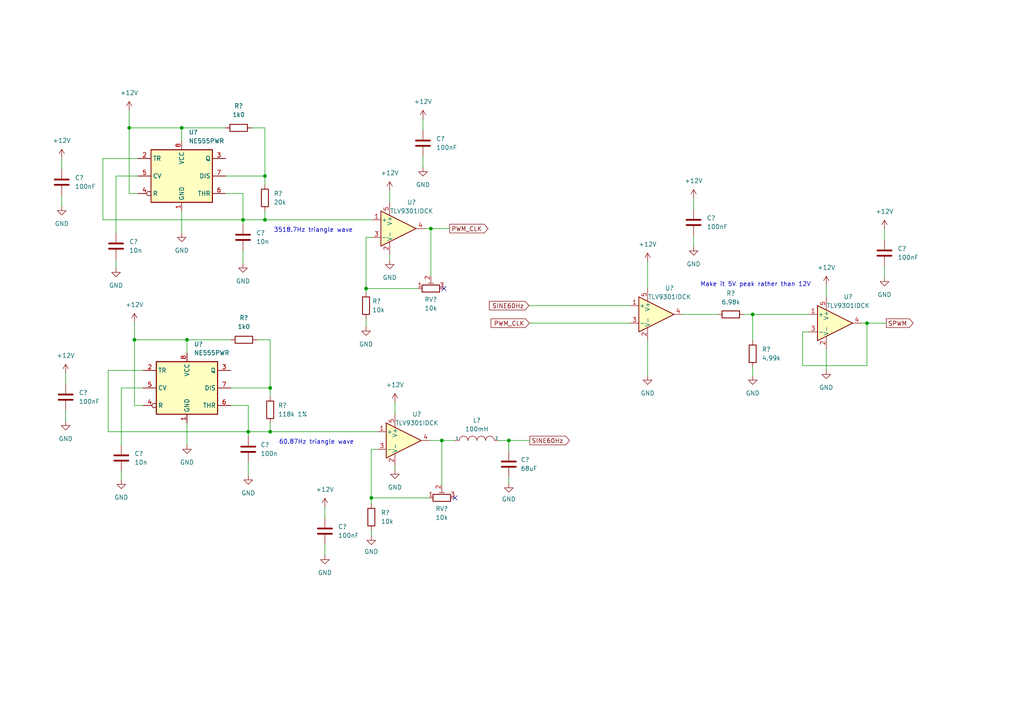
<source format=kicad_sch>
(kicad_sch (version 20211123) (generator eeschema)
  (paper "A4")
  (lib_symbols
    (symbol "Amplifier_Operational:TLV9001IDCK" (pin_names (offset 0.127))
      (property "Reference" "U" (at 7.62 2.54 0))
      (property "Value" "TLV9001IDCK" (at 11.43 -2.54 0))
      (symbol "TLV9001IDCK_0_1"
        (polyline (pts (xy -2.54 5.08) (xy -2.54 -5.08) (xy 7.62 0) (xy -2.54 5.08)) (stroke (width 0.254)) (fill (type background)))
      )
      (symbol "TLV9001IDCK_1_1"
        (pin input line (at -5.08 2.54 0) (length 2.54) (name "+") (number "1"))
        (pin power_in line (at 0 -7.62 90) (length 3.81) (name "V-") (number "2"))
        (pin input line (at -5.08 -2.54 0) (length 2.54) (name "-") (number "3"))
        (pin output line (at 10.16 0 180) (length 2.54) (name "~") (number "4"))
        (pin power_in line (at 0 7.62 270) (length 3.81) (name "V+") (number "5"))
      )
    )
    (symbol "Device:C" (pin_numbers hide) (pin_names (offset 0.254))
      (property "Reference" "C" (at 0.635 2.54 0))
      (property "Value" "C" (at 0.635 -2.54 0))
      (symbol "C_0_1"
        (polyline (pts (xy -2.032 -0.762) (xy 2.032 -0.762)) (stroke (width 0.508)))
        (polyline (pts (xy -2.032 0.762) (xy 2.032 0.762)) (stroke (width 0.508)))
      )
      (symbol "C_1_1"
        (pin passive line (at 0 3.81 270) (length 2.794) (name "~") (number "1"))
        (pin passive line (at 0 -3.81 90) (length 2.794) (name "~") (number "2"))
      )
    )
    (symbol "Device:R" (pin_numbers hide) (pin_names (offset 0))
      (property "Reference" "R" (at 2.032 0 90))
      (property "Value" "R" (at 0 0 90))
      (symbol "R_0_1"
        (rectangle (start -1.016 -2.54) (end 1.016 2.54) (stroke (width 0.254)))
      )
      (symbol "R_1_1"
        (pin passive line (at 0 3.81 270) (length 1.27) (name "~") (number "1"))
        (pin passive line (at 0 -3.81 90) (length 1.27) (name "~") (number "2"))
      )
    )
    (symbol "Device:R_Potentiometer_Trim" (pin_names (offset 1.016) hide)
      (property "Reference" "RV" (at -4.445 0 90))
      (property "Value" "R_Potentiometer_Trim" (at -2.54 0 90))
      (symbol "R_Potentiometer_Trim_0_1"
        (polyline (pts (xy 1.524 0.762) (xy 1.524 -0.762)))
        (polyline (pts (xy 2.54 0) (xy 1.524 0)))
        (rectangle (start 1.016 2.54) (end -1.016 -2.54) (stroke (width 0.254)))
      )
      (symbol "R_Potentiometer_Trim_1_1"
        (pin passive line (at 0 3.81 270) (length 1.27) (name "1") (number "1"))
        (pin passive line (at 3.81 0 180) (length 1.27) (name "2") (number "2"))
        (pin passive line (at 0 -3.81 90) (length 1.27) (name "3") (number "3"))
      )
    )
    (symbol "Timer:NE555P"
      (property "Reference" "U" (at -10.16 8.89 0))
      (property "Value" "NE555P" (at 2.54 8.89 0))
      (symbol "NE555P_0_0"
        (pin power_in line (at 0 -10.16 90) (length 2.54) (name "GND") (number "1"))
        (pin power_in line (at 0 10.16 270) (length 2.54) (name "VCC") (number "8"))
      )
      (symbol "NE555P_0_1"
        (rectangle (start -8.89 -7.62) (end 8.89 7.62) (stroke (width 0.254)) (fill (type background)))
        (rectangle (start -8.89 -7.62) (end 8.89 7.62) (stroke (width 0.254)) (fill (type background)))
      )
      (symbol "NE555P_1_1"
        (pin input line (at -12.7 5.08 0) (length 3.81) (name "TR") (number "2"))
        (pin output line (at 12.7 5.08 180) (length 3.81) (name "Q") (number "3"))
        (pin input inverted (at -12.7 -5.08 0) (length 3.81) (name "R") (number "4"))
        (pin input line (at -12.7 0 0) (length 3.81) (name "CV") (number "5"))
        (pin input line (at 12.7 -5.08 180) (length 3.81) (name "THR") (number "6"))
        (pin input line (at 12.7 0 180) (length 3.81) (name "DIS") (number "7"))
      )
    )
    (symbol "power:+12V" (power) (pin_names (offset 0))
      (property "Value" "+12V" (at 0 3.556 0))
      (symbol "+12V_0_1"
        (polyline (pts (xy -0.762 1.27) (xy 0 2.54)))
        (polyline (pts (xy 0 0) (xy 0 2.54)))
        (polyline (pts (xy 0 2.54) (xy 0.762 1.27)))
      )
      (symbol "+12V_1_1"
        (pin power_in line (at 0 0 90) (length 0) hide (name "+12V") (number "1"))
      )
    )
    (symbol "power:GND" (power) (pin_names (offset 0))
      (property "Value" "GND" (at 0 -3.81 0))
      (symbol "GND_0_1"
        (polyline (pts (xy 0 0) (xy 0 -1.27) (xy 1.27 -1.27) (xy 0 -2.54) (xy -1.27 -1.27) (xy 0 -1.27)))
      )
      (symbol "GND_1_1"
        (pin power_in line (at 0 0 270) (length 0) hide (name "GND") (number "1"))
      )
    )
    (symbol "pspice:INDUCTOR" (pin_numbers hide) (pin_names (offset 0))
      (property "Reference" "L" (at 0 2.54 0))
      (property "Value" "INDUCTOR" (at 0 -1.27 0))
      (symbol "INDUCTOR_0_1"
        (arc (start -2.54 0) (mid -3.81 1.27) (end -5.08 0))
        (arc (start 0 0) (mid -1.27 1.27) (end -2.54 0))
        (arc (start 2.54 0) (mid 1.27 1.27) (end 0 0))
        (arc (start 5.08 0) (mid 3.81 1.27) (end 2.54 0))
      )
      (symbol "INDUCTOR_1_1"
        (pin input line (at -6.35 0 0) (length 1.27) (name "1") (number "1"))
        (pin input line (at 6.35 0 180) (length 1.27) (name "2") (number "2"))
      )
    )
  )
  (junction (at 147.574 127.762))
  (junction (at 70.485 63.754))
  (junction (at 218.313 91.186))
  (junction (at 78.359 125.222))
  (junction (at 72.009 125.222))
  (junction (at 78.359 112.522))
  (junction (at 124.968 66.294))
  (junction (at 107.696 144.399))
  (junction (at 76.835 51.054))
  (junction (at 38.989 98.552))
  (junction (at 76.835 63.754))
  (junction (at 128.143 127.762))
  (junction (at 54.229 98.552))
  (junction (at 52.705 37.084))
  (junction (at 106.172 83.693))
  (junction (at 251.46 93.726))
  (junction (at 37.465 37.084))
  (no_connect (at 128.778 83.693))
  (no_connect (at 131.953 144.399))
  (wire (pts (xy 218.313 91.186) (xy 215.773 91.186)))
  (wire (pts (xy 187.833 98.806) (xy 187.833 108.966)))
  (wire (pts (xy 54.229 122.682) (xy 54.229 129.032)))
  (wire (pts (xy 239.649 82.677) (xy 239.649 86.106)))
  (wire (pts (xy 76.835 37.084) (xy 73.025 37.084)))
  (wire (pts (xy 124.968 66.294) (xy 124.968 79.883)))
  (wire (pts (xy 31.369 125.222) (xy 72.009 125.222)))
  (wire (pts (xy 256.54 66.421) (xy 256.54 69.596)))
  (wire (pts (xy 54.229 102.362) (xy 54.229 98.552)))
  (wire (pts (xy 17.907 45.847) (xy 17.907 49.022)))
  (wire (pts (xy 113.03 75.438) (xy 113.03 73.914)))
  (wire (pts (xy 106.172 92.456) (xy 106.172 94.742)))
  (wire (pts (xy 38.989 117.602) (xy 41.529 117.602)))
  (wire (pts (xy 35.179 136.652) (xy 35.179 139.192)))
  (wire (pts (xy 52.705 37.084) (xy 37.465 37.084)))
  (wire (pts (xy 114.554 135.382) (xy 114.554 136.271)))
  (wire (pts (xy 251.46 93.726) (xy 257.048 93.726)))
  (wire (pts (xy 232.791 106.045) (xy 251.46 106.045)))
  (wire (pts (xy 70.485 72.644) (xy 70.485 76.454)))
  (wire (pts (xy 76.835 63.754) (xy 107.95 63.754)))
  (wire (pts (xy 17.907 56.642) (xy 17.907 59.817)))
  (wire (pts (xy 78.359 125.222) (xy 109.474 125.222)))
  (wire (pts (xy 70.485 56.134) (xy 70.485 63.754)))
  (wire (pts (xy 106.172 83.693) (xy 121.158 83.693)))
  (wire (pts (xy 147.574 127.762) (xy 153.67 127.762)))
  (wire (pts (xy 124.968 66.294) (xy 130.429 66.294)))
  (wire (pts (xy 251.46 106.045) (xy 251.46 93.726)))
  (wire (pts (xy 128.143 127.762) (xy 128.143 140.589)))
  (wire (pts (xy 147.574 127.762) (xy 147.574 130.81)))
  (wire (pts (xy 107.95 68.834) (xy 106.172 68.834)))
  (wire (pts (xy 35.179 112.522) (xy 35.179 129.032)))
  (wire (pts (xy 94.234 147.066) (xy 94.234 150.241)))
  (wire (pts (xy 107.696 153.797) (xy 107.696 155.448)))
  (wire (pts (xy 52.705 37.084) (xy 65.405 37.084)))
  (wire (pts (xy 37.465 32.004) (xy 37.465 37.084)))
  (wire (pts (xy 187.833 75.946) (xy 187.833 83.566)))
  (wire (pts (xy 107.696 144.399) (xy 124.333 144.399)))
  (wire (pts (xy 19.05 118.999) (xy 19.05 122.174)))
  (wire (pts (xy 78.359 98.552) (xy 74.549 98.552)))
  (wire (pts (xy 52.705 40.894) (xy 52.705 37.084)))
  (wire (pts (xy 107.696 144.399) (xy 107.696 146.177)))
  (wire (pts (xy 197.993 91.186) (xy 208.153 91.186)))
  (wire (pts (xy 19.05 108.204) (xy 19.05 111.379)))
  (wire (pts (xy 72.009 125.222) (xy 78.359 125.222)))
  (wire (pts (xy 249.809 93.726) (xy 251.46 93.726)))
  (wire (pts (xy 153.416 88.646) (xy 182.753 88.646)))
  (wire (pts (xy 218.313 91.186) (xy 234.569 91.186)))
  (wire (pts (xy 147.574 138.43) (xy 147.574 140.208)))
  (wire (pts (xy 37.465 37.084) (xy 37.465 56.134)))
  (wire (pts (xy 29.845 45.974) (xy 29.845 63.754)))
  (wire (pts (xy 94.234 157.861) (xy 94.234 161.036)))
  (wire (pts (xy 78.359 125.222) (xy 78.359 122.682)))
  (wire (pts (xy 144.653 127.762) (xy 147.574 127.762)))
  (wire (pts (xy 153.543 93.726) (xy 182.753 93.726)))
  (wire (pts (xy 218.313 98.806) (xy 218.313 91.186)))
  (wire (pts (xy 113.03 55.245) (xy 113.03 58.674)))
  (wire (pts (xy 72.009 134.112) (xy 72.009 137.922)))
  (wire (pts (xy 54.229 98.552) (xy 38.989 98.552)))
  (wire (pts (xy 106.172 83.693) (xy 106.172 84.836)))
  (wire (pts (xy 76.835 63.754) (xy 76.835 61.214)))
  (wire (pts (xy 218.313 106.426) (xy 218.313 108.966)))
  (wire (pts (xy 107.696 130.302) (xy 107.696 144.399)))
  (wire (pts (xy 70.485 63.754) (xy 70.485 65.024)))
  (wire (pts (xy 72.009 125.222) (xy 72.009 126.492)))
  (wire (pts (xy 122.682 45.339) (xy 122.682 48.514)))
  (wire (pts (xy 33.655 51.054) (xy 33.655 67.564)))
  (wire (pts (xy 106.172 68.834) (xy 106.172 83.693)))
  (wire (pts (xy 29.845 63.754) (xy 70.485 63.754)))
  (wire (pts (xy 65.405 56.134) (xy 70.485 56.134)))
  (wire (pts (xy 66.929 117.602) (xy 72.009 117.602)))
  (wire (pts (xy 76.835 51.054) (xy 76.835 53.594)))
  (wire (pts (xy 201.168 57.531) (xy 201.168 60.706)))
  (wire (pts (xy 239.649 107.315) (xy 239.649 101.346)))
  (wire (pts (xy 40.005 45.974) (xy 29.845 45.974)))
  (wire (pts (xy 38.989 98.552) (xy 38.989 117.602)))
  (wire (pts (xy 65.405 51.054) (xy 76.835 51.054)))
  (wire (pts (xy 78.359 112.522) (xy 78.359 98.552)))
  (wire (pts (xy 256.54 77.216) (xy 256.54 80.391)))
  (wire (pts (xy 31.369 107.442) (xy 31.369 125.222)))
  (wire (pts (xy 41.529 112.522) (xy 35.179 112.522)))
  (wire (pts (xy 41.529 107.442) (xy 31.369 107.442)))
  (wire (pts (xy 66.929 112.522) (xy 78.359 112.522)))
  (wire (pts (xy 114.554 116.713) (xy 114.554 120.142)))
  (wire (pts (xy 234.569 96.266) (xy 232.791 96.266)))
  (wire (pts (xy 128.143 127.762) (xy 131.953 127.762)))
  (wire (pts (xy 232.791 96.266) (xy 232.791 106.045)))
  (wire (pts (xy 52.705 61.214) (xy 52.705 67.564)))
  (wire (pts (xy 78.359 112.522) (xy 78.359 115.062)))
  (wire (pts (xy 54.229 98.552) (xy 66.929 98.552)))
  (wire (pts (xy 201.168 68.326) (xy 201.168 71.501)))
  (wire (pts (xy 122.682 34.544) (xy 122.682 37.719)))
  (wire (pts (xy 109.474 130.302) (xy 107.696 130.302)))
  (wire (pts (xy 37.465 56.134) (xy 40.005 56.134)))
  (wire (pts (xy 76.835 51.054) (xy 76.835 37.084)))
  (wire (pts (xy 124.714 127.762) (xy 128.143 127.762)))
  (wire (pts (xy 72.009 117.602) (xy 72.009 125.222)))
  (wire (pts (xy 38.989 93.472) (xy 38.989 98.552)))
  (wire (pts (xy 123.19 66.294) (xy 124.968 66.294)))
  (wire (pts (xy 40.005 51.054) (xy 33.655 51.054)))
  (wire (pts (xy 70.485 63.754) (xy 76.835 63.754)))
  (wire (pts (xy 33.655 75.184) (xy 33.655 77.724)))
  (text "3518.7Hz triangle wave" (at 79.375 67.564 0) (effects (font (size 1.27 1.27)) (justify left bottom)))
  (text "Make it 5V peak rather than 12V" (at 203.073 83.312 0) (effects (font (size 1.27 1.27)) (justify left bottom)))
  (text "60.87Hz triangle wave" (at 80.899 129.032 0) (effects (font (size 1.27 1.27)) (justify left bottom)))
  (global_label "SINE60Hz" (shape output) (at 153.67 127.762 0) (property "Intersheet References" "${INTERSHEET_REFS}" (effects hide)))
  (global_label "PWM_CLK" (shape output) (at 130.429 66.294 0) (property "Intersheet References" "${INTERSHEET_REFS}" (effects hide)))
  (global_label "SINE60Hz" (shape input) (at 153.416 88.646 180) (property "Intersheet References" "${INTERSHEET_REFS}" (effects hide)))
  (global_label "SPWM" (shape output) (at 257.048 93.726 0) (property "Intersheet References" "${INTERSHEET_REFS}" (effects hide)))
  (global_label "PWM_CLK" (shape input) (at 153.543 93.726 180) (property "Intersheet References" "${INTERSHEET_REFS}" (effects hide)))
  (symbol (lib_id "power:GND") (at 122.682 48.514 0) (unit 1)
    (property "Reference" "#PWR?" (effects hide))
    (property "Value" "GND" (at 122.682 53.594 0))
  )
  (symbol (lib_id "Device:C") (at 256.54 73.406 0) (unit 1)
    (property "Reference" "C?" (at 260.35 72.1359 0) (effects (justify left)))
    (property "Value" "100nF" (at 260.35 74.6759 0) (effects (justify left)))
  )
  (symbol (lib_id "Device:R") (at 69.215 37.084 90) (unit 1)
    (property "Reference" "R?" (at 69.215 30.734 90))
    (property "Value" "1k0" (at 69.215 33.274 90))
  )
  (symbol (lib_id "power:GND") (at 106.172 94.742 0) (unit 1)
    (property "Reference" "#PWR?" (effects hide))
    (property "Value" "GND" (at 106.172 99.822 0))
  )
  (symbol (lib_id "power:GND") (at 72.009 137.922 0) (unit 1)
    (property "Reference" "#PWR?" (effects hide))
    (property "Value" "GND" (at 72.009 143.002 0))
  )
  (symbol (lib_id "power:GND") (at 218.313 108.966 0) (unit 1)
    (property "Reference" "#PWR?" (effects hide))
    (property "Value" "GND" (at 218.313 114.046 0))
  )
  (symbol (lib_id "Device:R") (at 78.359 118.872 0) (unit 1)
    (property "Reference" "R?" (at 80.645 117.6019 0) (effects (justify left)))
    (property "Value" "118k 1%" (at 80.645 120.1419 0) (effects (justify left)))
  )
  (symbol (lib_id "power:GND") (at 147.574 140.208 0) (unit 1)
    (property "Reference" "#PWR?" (effects hide))
    (property "Value" "GND" (at 147.574 144.78 0))
  )
  (symbol (lib_id "power:GND") (at 94.234 161.036 0) (unit 1)
    (property "Reference" "#PWR?" (effects hide))
    (property "Value" "GND" (at 94.234 166.116 0))
  )
  (symbol (lib_id "power:GND") (at 256.54 80.391 0) (unit 1)
    (property "Reference" "#PWR?" (effects hide))
    (property "Value" "GND" (at 256.54 85.471 0))
  )
  (symbol (lib_id "power:+12V") (at 19.05 108.204 0) (unit 1)
    (property "Reference" "#PWR?" (effects hide))
    (property "Value" "+12V" (at 19.05 103.124 0))
  )
  (symbol (lib_id "Device:C") (at 72.009 130.302 0) (unit 1)
    (property "Reference" "C?" (at 75.565 129.0319 0) (effects (justify left)))
    (property "Value" "100n" (at 75.565 131.5719 0) (effects (justify left)))
  )
  (symbol (lib_id "power:+12V") (at 201.168 57.531 0) (unit 1)
    (property "Reference" "#PWR?" (effects hide))
    (property "Value" "+12V" (at 201.168 52.451 0))
  )
  (symbol (lib_id "Device:C") (at 35.179 132.842 0) (unit 1)
    (property "Reference" "C?" (at 38.989 131.5719 0) (effects (justify left)))
    (property "Value" "10n" (at 38.989 134.1119 0) (effects (justify left)))
  )
  (symbol (lib_id "Timer:NE555P") (at 54.229 112.522 0) (unit 1)
    (property "Reference" "U?" (at 56.2484 99.822 0) (effects (justify left)))
    (property "Value" "NE555PWR" (at 56.2484 102.362 0) (effects (justify left)))
    (property "Footprint" "Package_SO:TSSOP-8_4.4x3mm_P0.65mm" (effects hide))
    (property "Datasheet" "http://www.ti.com/lit/ds/symlink/ne555.pdf" (effects hide))
  )
  (symbol (lib_id "Device:R_Potentiometer_Trim") (at 124.968 83.693 90) (unit 1)
    (property "Reference" "RV?" (at 124.968 86.868 90))
    (property "Value" "10k" (at 124.968 89.408 90))
  )
  (symbol (lib_id "Device:R") (at 211.963 91.186 90) (unit 1)
    (property "Reference" "R?" (at 211.963 85.09 90))
    (property "Value" "6.98k" (at 211.963 87.63 90))
  )
  (symbol (lib_id "Device:C") (at 70.485 68.834 0) (unit 1)
    (property "Reference" "C?" (at 74.295 67.5639 0) (effects (justify left)))
    (property "Value" "10n" (at 74.295 70.1039 0) (effects (justify left)))
  )
  (symbol (lib_id "power:+12V") (at 37.465 32.004 0) (unit 1)
    (property "Reference" "#PWR?" (effects hide))
    (property "Value" "+12V" (at 37.465 26.924 0))
  )
  (symbol (lib_id "power:+12V") (at 239.649 82.677 0) (unit 1)
    (property "Reference" "#PWR?" (effects hide))
    (property "Value" "+12V" (at 239.649 77.597 0))
  )
  (symbol (lib_id "Device:C") (at 19.05 115.189 0) (unit 1)
    (property "Reference" "C?" (at 22.86 113.9189 0) (effects (justify left)))
    (property "Value" "100nF" (at 22.86 116.4589 0) (effects (justify left)))
  )
  (symbol (lib_id "Device:C") (at 147.574 134.62 0) (unit 1)
    (property "Reference" "C?" (at 151.003 133.3499 0) (effects (justify left)))
    (property "Value" "68uF" (at 151.003 135.8899 0) (effects (justify left)))
  )
  (symbol (lib_id "power:+12V") (at 94.234 147.066 0) (unit 1)
    (property "Reference" "#PWR?" (effects hide))
    (property "Value" "+12V" (at 94.234 141.986 0))
  )
  (symbol (lib_id "pspice:INDUCTOR") (at 138.303 127.762 0) (unit 1)
    (property "Reference" "L?" (at 138.303 121.92 0))
    (property "Value" "100mH" (at 138.303 124.46 0))
  )
  (symbol (lib_id "power:+12V") (at 114.554 116.713 0) (unit 1)
    (property "Reference" "#PWR?" (effects hide))
    (property "Value" "+12V" (at 114.554 111.633 0))
  )
  (symbol (lib_id "power:GND") (at 114.554 136.271 0) (unit 1)
    (property "Reference" "#PWR?" (effects hide))
    (property "Value" "GND" (at 114.554 141.351 0))
  )
  (symbol (lib_id "power:GND") (at 33.655 77.724 0) (unit 1)
    (property "Reference" "#PWR?" (effects hide))
    (property "Value" "GND" (at 33.655 82.804 0))
  )
  (symbol (lib_id "Device:C") (at 122.682 41.529 0) (unit 1)
    (property "Reference" "C?" (at 126.492 40.2589 0) (effects (justify left)))
    (property "Value" "100nF" (at 126.492 42.7989 0) (effects (justify left)))
  )
  (symbol (lib_id "power:GND") (at 35.179 139.192 0) (unit 1)
    (property "Reference" "#PWR?" (effects hide))
    (property "Value" "GND" (at 35.179 144.272 0))
  )
  (symbol (lib_id "power:GND") (at 17.907 59.817 0) (unit 1)
    (property "Reference" "#PWR?" (effects hide))
    (property "Value" "GND" (at 17.907 64.897 0))
  )
  (symbol (lib_id "Amplifier_Operational:TLV9001IDCK") (at 114.554 127.762 0) (unit 1)
    (property "Reference" "U?" (at 120.904 120.142 0))
    (property "Value" "TLV9301IDCK" (at 120.904 122.682 0))
    (property "Footprint" "Package_TO_SOT_SMD:SOT-353_SC-70-5" (effects hide))
    (property "Datasheet" "https://www.ti.com/lit/ds/symlink/tlv9001.pdf" (effects hide))
  )
  (symbol (lib_id "Amplifier_Operational:TLV9001IDCK") (at 187.833 91.186 0) (unit 1)
    (property "Reference" "U?" (at 194.183 83.566 0))
    (property "Value" "TLV9301IDCK" (at 194.183 86.106 0))
    (property "Footprint" "Package_TO_SOT_SMD:SOT-353_SC-70-5" (effects hide))
    (property "Datasheet" "https://www.ti.com/lit/ds/symlink/tlv9001.pdf" (effects hide))
  )
  (symbol (lib_id "Device:R") (at 76.835 57.404 0) (unit 1)
    (property "Reference" "R?" (at 79.375 56.1339 0) (effects (justify left)))
    (property "Value" "20k" (at 79.375 58.6739 0) (effects (justify left)))
  )
  (symbol (lib_id "Device:R") (at 106.172 88.646 0) (unit 1)
    (property "Reference" "R?" (at 107.95 87.3759 0) (effects (justify left)))
    (property "Value" "10k" (at 107.95 89.9159 0) (effects (justify left)))
  )
  (symbol (lib_id "power:GND") (at 201.168 71.501 0) (unit 1)
    (property "Reference" "#PWR?" (effects hide))
    (property "Value" "GND" (at 201.168 76.581 0))
  )
  (symbol (lib_id "Amplifier_Operational:TLV9001IDCK") (at 113.03 66.294 0) (unit 1)
    (property "Reference" "U?" (at 119.38 58.674 0))
    (property "Value" "TLV9301IDCK" (at 119.38 61.214 0))
    (property "Footprint" "Package_TO_SOT_SMD:SOT-353_SC-70-5" (effects hide))
    (property "Datasheet" "https://www.ti.com/lit/ds/symlink/tlv9001.pdf" (effects hide))
  )
  (symbol (lib_id "Timer:NE555P") (at 52.705 51.054 0) (unit 1)
    (property "Reference" "U?" (at 54.7244 38.354 0) (effects (justify left)))
    (property "Value" "NE555PWR" (at 54.7244 40.894 0) (effects (justify left)))
    (property "Footprint" "Package_SO:TSSOP-8_4.4x3mm_P0.65mm" (effects hide))
    (property "Datasheet" "http://www.ti.com/lit/ds/symlink/ne555.pdf" (effects hide))
  )
  (symbol (lib_id "power:+12V") (at 17.907 45.847 0) (unit 1)
    (property "Reference" "#PWR?" (effects hide))
    (property "Value" "+12V" (at 17.907 40.767 0))
  )
  (symbol (lib_id "power:GND") (at 239.649 107.315 0) (unit 1)
    (property "Reference" "#PWR?" (effects hide))
    (property "Value" "GND" (at 239.649 112.395 0))
  )
  (symbol (lib_id "power:GND") (at 107.696 155.448 0) (unit 1)
    (property "Reference" "#PWR?" (effects hide))
    (property "Value" "GND" (at 107.696 160.02 0))
  )
  (symbol (lib_id "power:+12V") (at 38.989 93.472 0) (unit 1)
    (property "Reference" "#PWR?" (effects hide))
    (property "Value" "+12V" (at 38.989 88.392 0))
  )
  (symbol (lib_id "Device:C") (at 94.234 154.051 0) (unit 1)
    (property "Reference" "C?" (at 98.044 152.7809 0) (effects (justify left)))
    (property "Value" "100nF" (at 98.044 155.3209 0) (effects (justify left)))
  )
  (symbol (lib_id "power:GND") (at 52.705 67.564 0) (unit 1)
    (property "Reference" "#PWR?" (effects hide))
    (property "Value" "GND" (at 52.705 72.644 0))
  )
  (symbol (lib_id "Device:R") (at 107.696 149.987 0) (unit 1)
    (property "Reference" "R?" (at 110.49 148.7169 0) (effects (justify left)))
    (property "Value" "10k" (at 110.49 151.2569 0) (effects (justify left)))
  )
  (symbol (lib_id "power:GND") (at 113.03 75.438 0) (unit 1)
    (property "Reference" "#PWR?" (effects hide))
    (property "Value" "GND" (at 113.03 80.518 0))
  )
  (symbol (lib_id "power:GND") (at 54.229 129.032 0) (unit 1)
    (property "Reference" "#PWR?" (effects hide))
    (property "Value" "GND" (at 54.229 134.112 0))
  )
  (symbol (lib_id "power:GND") (at 19.05 122.174 0) (unit 1)
    (property "Reference" "#PWR?" (effects hide))
    (property "Value" "GND" (at 19.05 127.254 0))
  )
  (symbol (lib_id "power:+12V") (at 187.833 75.946 0) (unit 1)
    (property "Reference" "#PWR?" (effects hide))
    (property "Value" "+12V" (at 187.833 70.866 0))
  )
  (symbol (lib_id "Device:C") (at 201.168 64.516 0) (unit 1)
    (property "Reference" "C?" (at 204.978 63.2459 0) (effects (justify left)))
    (property "Value" "100nF" (at 204.978 65.7859 0) (effects (justify left)))
  )
  (symbol (lib_id "Amplifier_Operational:TLV9001IDCK") (at 239.649 93.726 0) (unit 1)
    (property "Reference" "U?" (at 245.999 86.106 0))
    (property "Value" "TLV9301IDCK" (at 245.999 88.646 0))
    (property "Footprint" "Package_TO_SOT_SMD:SOT-353_SC-70-5" (effects hide))
    (property "Datasheet" "https://www.ti.com/lit/ds/symlink/tlv9001.pdf" (effects hide))
  )
  (symbol (lib_id "Device:R_Potentiometer_Trim") (at 128.143 144.399 90) (unit 1)
    (property "Reference" "RV?" (at 128.143 147.574 90))
    (property "Value" "10k" (at 128.143 150.114 90))
  )
  (symbol (lib_id "Device:R") (at 70.739 98.552 90) (unit 1)
    (property "Reference" "R?" (at 70.739 92.202 90))
    (property "Value" "1k0" (at 70.739 94.742 90))
  )
  (symbol (lib_id "power:GND") (at 70.485 76.454 0) (unit 1)
    (property "Reference" "#PWR?" (effects hide))
    (property "Value" "GND" (at 70.485 81.534 0))
  )
  (symbol (lib_id "power:+12V") (at 122.682 34.544 0) (unit 1)
    (property "Reference" "#PWR?" (effects hide))
    (property "Value" "+12V" (at 122.682 29.464 0))
  )
  (symbol (lib_id "Device:R") (at 218.313 102.616 0) (unit 1)
    (property "Reference" "R?" (at 220.98 101.3459 0) (effects (justify left)))
    (property "Value" "4.99k" (at 220.98 103.8859 0) (effects (justify left)))
  )
  (symbol (lib_id "power:+12V") (at 113.03 55.245 0) (unit 1)
    (property "Reference" "#PWR?" (effects hide))
    (property "Value" "+12V" (at 113.03 50.165 0))
  )
  (symbol (lib_id "Device:C") (at 33.655 71.374 0) (unit 1)
    (property "Reference" "C?" (at 37.465 70.1039 0) (effects (justify left)))
    (property "Value" "10n" (at 37.465 72.6439 0) (effects (justify left)))
  )
  (symbol (lib_id "power:GND") (at 187.833 108.966 0) (unit 1)
    (property "Reference" "#PWR?" (effects hide))
    (property "Value" "GND" (at 187.833 114.046 0))
  )
  (symbol (lib_id "Device:C") (at 17.907 52.832 0) (unit 1)
    (property "Reference" "C?" (at 21.717 51.5619 0) (effects (justify left)))
    (property "Value" "100nF" (at 21.717 54.1019 0) (effects (justify left)))
  )
  (symbol (lib_id "power:+12V") (at 256.54 66.421 0) (unit 1)
    (property "Reference" "#PWR?" (effects hide))
    (property "Value" "+12V" (at 256.54 61.341 0))
  )
)
</source>
